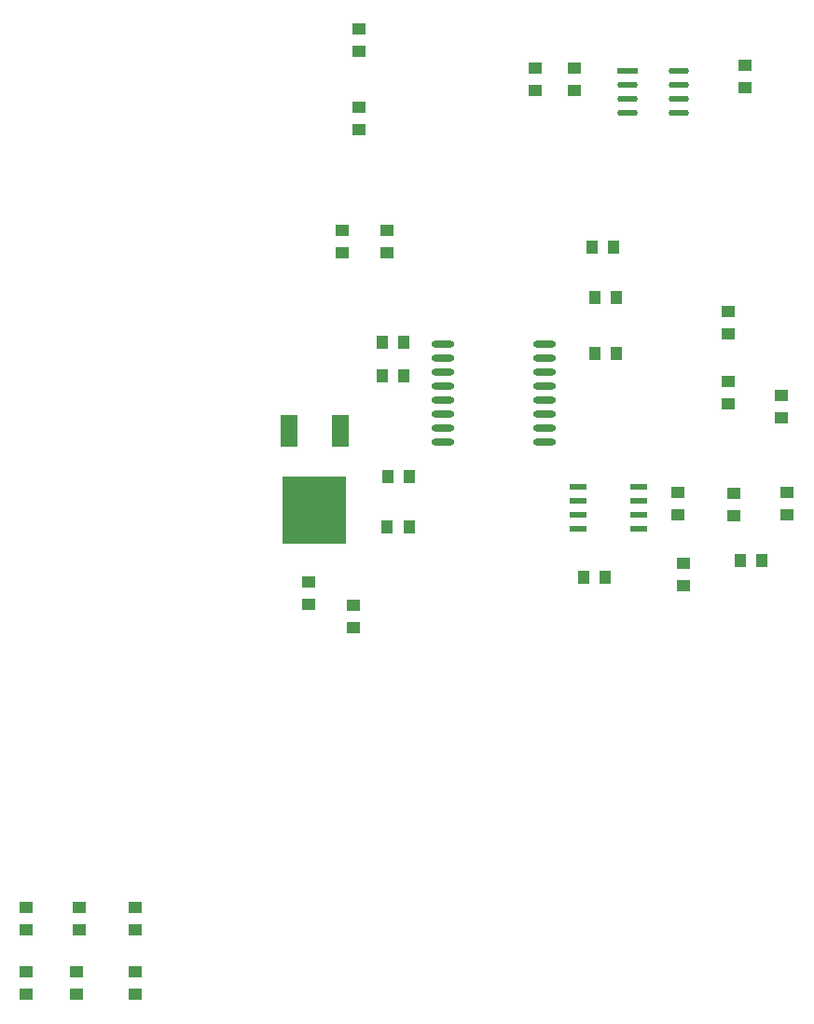
<source format=gtp>
G04*
G04 #@! TF.GenerationSoftware,Altium Limited,Altium Designer,21.5.1 (32)*
G04*
G04 Layer_Color=8421504*
%FSLAX43Y43*%
%MOMM*%
G71*
G04*
G04 #@! TF.SameCoordinates,33522A81-C26F-4337-840D-2BD66AE4F990*
G04*
G04*
G04 #@! TF.FilePolarity,Positive*
G04*
G01*
G75*
%ADD16R,1.600X3.000*%
%ADD17R,5.800X6.200*%
%ADD18R,1.000X1.300*%
%ADD19R,1.300X1.000*%
%ADD20O,2.100X0.600*%
%ADD21R,1.874X0.543*%
G04:AMPARAMS|DCode=22|XSize=1.874mm|YSize=0.543mm|CornerRadius=0.272mm|HoleSize=0mm|Usage=FLASHONLY|Rotation=0.000|XOffset=0mm|YOffset=0mm|HoleType=Round|Shape=RoundedRectangle|*
%AMROUNDEDRECTD22*
21,1,1.874,0.000,0,0,0.0*
21,1,1.331,0.543,0,0,0.0*
1,1,0.543,0.665,0.000*
1,1,0.543,-0.665,0.000*
1,1,0.543,-0.665,0.000*
1,1,0.543,0.665,0.000*
%
%ADD22ROUNDEDRECTD22*%
%ADD23R,1.520X0.600*%
D16*
X166374Y59016D02*
D03*
X161794D02*
D03*
D17*
X164084Y51816D02*
D03*
D18*
X172688Y50292D02*
D03*
X170688D02*
D03*
X172704Y54864D02*
D03*
X170704D02*
D03*
X172212Y64008D02*
D03*
X170212D02*
D03*
X191500Y71120D02*
D03*
X189500D02*
D03*
X191500Y66040D02*
D03*
X189500D02*
D03*
X204724Y47244D02*
D03*
X202724D02*
D03*
X190484Y45720D02*
D03*
X188484D02*
D03*
X170196Y67056D02*
D03*
X172196D02*
D03*
X189246Y75692D02*
D03*
X191246D02*
D03*
D19*
X167640Y43164D02*
D03*
Y41164D02*
D03*
X163576Y43312D02*
D03*
Y45312D02*
D03*
X137922Y7890D02*
D03*
Y9890D02*
D03*
X147828Y15732D02*
D03*
Y13732D02*
D03*
X142494Y9890D02*
D03*
Y7890D02*
D03*
X147828Y9890D02*
D03*
Y7890D02*
D03*
X197104Y53440D02*
D03*
Y51440D02*
D03*
X207010Y51440D02*
D03*
Y53440D02*
D03*
X206502Y62214D02*
D03*
Y60214D02*
D03*
X197612Y44974D02*
D03*
Y46974D02*
D03*
X170688Y77184D02*
D03*
Y75184D02*
D03*
X166624Y75200D02*
D03*
Y77200D02*
D03*
X184150Y89932D02*
D03*
Y91932D02*
D03*
X203200Y90186D02*
D03*
Y92186D02*
D03*
X187706Y89932D02*
D03*
Y91932D02*
D03*
X168148Y93472D02*
D03*
Y95472D02*
D03*
X201676Y67834D02*
D03*
Y69834D02*
D03*
X202184Y53340D02*
D03*
Y51340D02*
D03*
X201676Y63484D02*
D03*
Y61484D02*
D03*
X137922Y15732D02*
D03*
Y13732D02*
D03*
X142748Y15732D02*
D03*
Y13732D02*
D03*
X168148Y88392D02*
D03*
Y86392D02*
D03*
D20*
X184915Y58039D02*
D03*
Y59309D02*
D03*
Y60579D02*
D03*
Y61849D02*
D03*
Y63119D02*
D03*
Y64389D02*
D03*
Y65659D02*
D03*
Y66929D02*
D03*
X175765Y58039D02*
D03*
Y59309D02*
D03*
Y60579D02*
D03*
Y61849D02*
D03*
Y63119D02*
D03*
Y64389D02*
D03*
Y65659D02*
D03*
Y66929D02*
D03*
D21*
X192532Y91694D02*
D03*
D22*
Y90424D02*
D03*
Y89154D02*
D03*
Y87884D02*
D03*
X197164D02*
D03*
Y89154D02*
D03*
Y90424D02*
D03*
Y91694D02*
D03*
D23*
X193494Y50165D02*
D03*
Y51435D02*
D03*
Y52705D02*
D03*
Y53975D02*
D03*
X188014Y50165D02*
D03*
Y51435D02*
D03*
Y52705D02*
D03*
Y53975D02*
D03*
M02*

</source>
